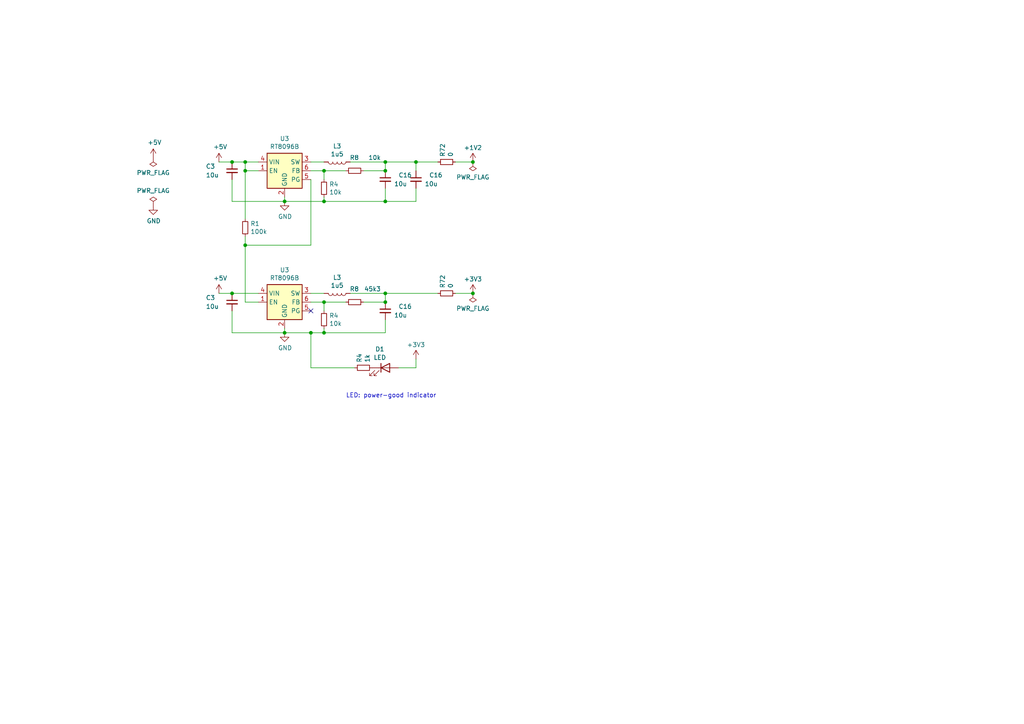
<source format=kicad_sch>
(kicad_sch (version 20230121) (generator eeschema)
  (paper "A4")
  (lib_symbols
    (symbol "Device:C_Small" (pin_numbers hide) (pin_names (offset 0.254) hide)
      (property "Reference" "C" (at 0.254 1.778 0))
      (property "Value" "C_Small" (at 0.254 -2.032 0))
      (symbol "C_Small_0_1"
        (polyline (pts (xy -1.524 -0.508) (xy 1.524 -0.508)) (stroke (width 0.3302)))
        (polyline (pts (xy -1.524 0.508) (xy 1.524 0.508)) (stroke (width 0.3048)))
      )
      (symbol "C_Small_1_1"
        (pin passive line (at 0 2.54 270) (length 2.032) (name "~") (number "1"))
        (pin passive line (at 0 -2.54 90) (length 2.032) (name "~") (number "2"))
      )
    )
    (symbol "Device:L" (pin_numbers hide) (pin_names (offset 1.016) hide)
      (property "Reference" "L" (at -1.27 0 90))
      (property "Value" "L" (at 1.905 0 90))
      (symbol "L_0_1"
        (arc (start 0 -2.54) (mid 0.6323 -1.905) (end 0 -1.27))
        (arc (start 0 -1.27) (mid 0.6323 -0.635) (end 0 0))
        (arc (start 0 0) (mid 0.6323 0.635) (end 0 1.27))
        (arc (start 0 1.27) (mid 0.6323 1.905) (end 0 2.54))
      )
      (symbol "L_1_1"
        (pin passive line (at 0 3.81 270) (length 1.27) (name "1") (number "1"))
        (pin passive line (at 0 -3.81 90) (length 1.27) (name "2") (number "2"))
      )
    )
    (symbol "Device:LED" (pin_numbers hide) (pin_names (offset 1.016) hide)
      (property "Reference" "D" (at 0 2.54 0))
      (property "Value" "LED" (at 0 -2.54 0))
      (symbol "LED_0_1"
        (polyline (pts (xy -1.27 -1.27) (xy -1.27 1.27)) (stroke (width 0.254)))
        (polyline (pts (xy -1.27 0) (xy 1.27 0)))
        (polyline (pts (xy 1.27 -1.27) (xy 1.27 1.27) (xy -1.27 0) (xy 1.27 -1.27)) (stroke (width 0.254)))
        (polyline (pts (xy -3.048 -0.762) (xy -4.572 -2.286) (xy -3.81 -2.286) (xy -4.572 -2.286) (xy -4.572 -1.524)))
        (polyline (pts (xy -1.778 -0.762) (xy -3.302 -2.286) (xy -2.54 -2.286) (xy -3.302 -2.286) (xy -3.302 -1.524)))
      )
      (symbol "LED_1_1"
        (pin passive line (at -3.81 0 0) (length 2.54) (name "K") (number "1"))
        (pin passive line (at 3.81 0 180) (length 2.54) (name "A") (number "2"))
      )
    )
    (symbol "Device:R_Small" (pin_numbers hide) (pin_names (offset 0.254) hide)
      (property "Reference" "R" (at 0.762 0.508 0))
      (property "Value" "R_Small" (at 0.762 -1.016 0))
      (symbol "R_Small_0_1"
        (rectangle (start -0.762 1.778) (end 0.762 -1.778) (stroke (width 0.2032)))
      )
      (symbol "R_Small_1_1"
        (pin passive line (at 0 2.54 270) (length 0.762) (name "~") (number "1"))
        (pin passive line (at 0 -2.54 90) (length 0.762) (name "~") (number "2"))
      )
    )
    (symbol "Regulator_Switching:TLV62569DDC"
      (property "Reference" "U" (at -5.08 6.35 0))
      (property "Value" "TLV62569DDC" (at 0 6.35 0))
      (symbol "TLV62569DDC_0_1"
        (rectangle (start -5.08 5.08) (end 5.08 -5.08) (stroke (width 0.254)) (fill (type background)))
      )
      (symbol "TLV62569DDC_1_1"
        (pin input line (at -7.62 0 0) (length 2.54) (name "EN") (number "1"))
        (pin power_in line (at 0 -7.62 90) (length 2.54) (name "GND") (number "2"))
        (pin power_out line (at 7.62 2.54 180) (length 2.54) (name "SW") (number "3"))
        (pin power_in line (at -7.62 2.54 0) (length 2.54) (name "VIN") (number "4"))
        (pin open_collector line (at 7.62 -2.54 180) (length 2.54) (name "PG") (number "5"))
        (pin input line (at 7.62 0 180) (length 2.54) (name "FB") (number "6"))
      )
    )
    (symbol "power:+1V2" (power) (pin_names (offset 0))
      (property "Value" "+1V2" (at 0 3.556 0))
      (symbol "+1V2_0_1"
        (polyline (pts (xy -0.762 1.27) (xy 0 2.54)))
        (polyline (pts (xy 0 0) (xy 0 2.54)))
        (polyline (pts (xy 0 2.54) (xy 0.762 1.27)))
      )
      (symbol "+1V2_1_1"
        (pin power_in line (at 0 0 90) (length 0) hide (name "+1V2") (number "1"))
      )
    )
    (symbol "power:+3V3" (power) (pin_names (offset 0))
      (property "Value" "+3V3" (at 0 3.556 0))
      (symbol "+3V3_0_1"
        (polyline (pts (xy -0.762 1.27) (xy 0 2.54)))
        (polyline (pts (xy 0 0) (xy 0 2.54)))
        (polyline (pts (xy 0 2.54) (xy 0.762 1.27)))
      )
      (symbol "+3V3_1_1"
        (pin power_in line (at 0 0 90) (length 0) hide (name "+3V3") (number "1"))
      )
    )
    (symbol "power:+5V" (power) (pin_names (offset 0))
      (property "Value" "+5V" (at 0 3.556 0))
      (symbol "+5V_0_1"
        (polyline (pts (xy -0.762 1.27) (xy 0 2.54)))
        (polyline (pts (xy 0 0) (xy 0 2.54)))
        (polyline (pts (xy 0 2.54) (xy 0.762 1.27)))
      )
      (symbol "+5V_1_1"
        (pin power_in line (at 0 0 90) (length 0) hide (name "+5V") (number "1"))
      )
    )
    (symbol "power:GND" (power) (pin_names (offset 0))
      (property "Value" "GND" (at 0 -3.81 0))
      (symbol "GND_0_1"
        (polyline (pts (xy 0 0) (xy 0 -1.27) (xy 1.27 -1.27) (xy 0 -2.54) (xy -1.27 -1.27) (xy 0 -1.27)))
      )
      (symbol "GND_1_1"
        (pin power_in line (at 0 0 270) (length 0) hide (name "GND") (number "1"))
      )
    )
    (symbol "power:PWR_FLAG" (power) (pin_numbers hide) (pin_names (offset 0) hide)
      (property "Value" "PWR_FLAG" (at 0 3.81 0))
      (symbol "PWR_FLAG_0_0"
        (pin power_out line (at 0 0 90) (length 0) (name "pwr") (number "1"))
      )
      (symbol "PWR_FLAG_0_1"
        (polyline (pts (xy 0 0) (xy 0 1.27) (xy -1.016 1.905) (xy 0 2.54) (xy 1.016 1.905) (xy 0 1.27)))
      )
    )
  )
  (junction (at 82.55 96.52))
  (junction (at 71.12 46.99))
  (junction (at 71.12 71.12))
  (junction (at 120.65 46.99))
  (junction (at 93.98 87.63))
  (junction (at 67.31 46.99))
  (junction (at 93.98 96.52))
  (junction (at 71.12 49.53))
  (junction (at 93.98 49.53))
  (junction (at 137.16 85.09))
  (junction (at 111.76 85.09))
  (junction (at 111.76 46.99))
  (junction (at 90.17 96.52))
  (junction (at 93.98 58.42))
  (junction (at 82.55 58.42))
  (junction (at 111.76 58.42))
  (junction (at 111.76 87.63))
  (junction (at 111.76 49.53))
  (junction (at 137.16 46.99))
  (junction (at 67.31 85.09))
  (no_connect (at 90.17 90.17))
  (wire (pts (xy 67.31 90.17) (xy 67.31 96.52)))
  (wire (pts (xy 111.76 85.09) (xy 127 85.09)))
  (wire (pts (xy 101.6 46.99) (xy 111.76 46.99)))
  (wire (pts (xy 90.17 85.09) (xy 93.98 85.09)))
  (wire (pts (xy 90.17 46.99) (xy 93.98 46.99)))
  (wire (pts (xy 120.65 106.68) (xy 115.57 106.68)))
  (wire (pts (xy 132.08 85.09) (xy 137.16 85.09)))
  (wire (pts (xy 67.31 46.99) (xy 71.12 46.99)))
  (wire (pts (xy 82.55 96.52) (xy 90.17 96.52)))
  (wire (pts (xy 67.31 58.42) (xy 82.55 58.42)))
  (wire (pts (xy 71.12 46.99) (xy 71.12 49.53)))
  (wire (pts (xy 82.55 58.42) (xy 93.98 58.42)))
  (wire (pts (xy 71.12 71.12) (xy 71.12 68.58)))
  (wire (pts (xy 67.31 85.09) (xy 74.93 85.09)))
  (wire (pts (xy 71.12 46.99) (xy 74.93 46.99)))
  (wire (pts (xy 67.31 52.07) (xy 67.31 58.42)))
  (wire (pts (xy 105.41 49.53) (xy 111.76 49.53)))
  (wire (pts (xy 132.08 46.99) (xy 137.16 46.99)))
  (wire (pts (xy 93.98 96.52) (xy 111.76 96.52)))
  (wire (pts (xy 93.98 87.63) (xy 100.33 87.63)))
  (wire (pts (xy 93.98 87.63) (xy 93.98 90.17)))
  (wire (pts (xy 111.76 46.99) (xy 111.76 49.53)))
  (wire (pts (xy 111.76 92.71) (xy 111.76 96.52)))
  (wire (pts (xy 111.76 46.99) (xy 120.65 46.99)))
  (wire (pts (xy 71.12 49.53) (xy 74.93 49.53)))
  (wire (pts (xy 82.55 57.15) (xy 82.55 58.42)))
  (wire (pts (xy 71.12 71.12) (xy 71.12 87.63)))
  (wire (pts (xy 93.98 57.15) (xy 93.98 58.42)))
  (wire (pts (xy 111.76 85.09) (xy 111.76 87.63)))
  (wire (pts (xy 93.98 49.53) (xy 100.33 49.53)))
  (wire (pts (xy 93.98 49.53) (xy 93.98 52.07)))
  (wire (pts (xy 90.17 96.52) (xy 90.17 106.68)))
  (wire (pts (xy 71.12 87.63) (xy 74.93 87.63)))
  (wire (pts (xy 120.65 58.42) (xy 111.76 58.42)))
  (wire (pts (xy 93.98 58.42) (xy 111.76 58.42)))
  (wire (pts (xy 105.41 87.63) (xy 111.76 87.63)))
  (wire (pts (xy 111.76 54.61) (xy 111.76 58.42)))
  (wire (pts (xy 90.17 106.68) (xy 102.87 106.68)))
  (wire (pts (xy 67.31 46.99) (xy 63.5 46.99)))
  (wire (pts (xy 90.17 52.07) (xy 90.17 71.12)))
  (wire (pts (xy 71.12 49.53) (xy 71.12 63.5)))
  (wire (pts (xy 67.31 96.52) (xy 82.55 96.52)))
  (wire (pts (xy 90.17 49.53) (xy 93.98 49.53)))
  (wire (pts (xy 82.55 95.25) (xy 82.55 96.52)))
  (wire (pts (xy 120.65 54.61) (xy 120.65 58.42)))
  (wire (pts (xy 67.31 85.09) (xy 63.5 85.09)))
  (wire (pts (xy 101.6 85.09) (xy 111.76 85.09)))
  (wire (pts (xy 90.17 71.12) (xy 71.12 71.12)))
  (wire (pts (xy 120.65 104.14) (xy 120.65 106.68)))
  (wire (pts (xy 90.17 96.52) (xy 93.98 96.52)))
  (wire (pts (xy 93.98 95.25) (xy 93.98 96.52)))
  (wire (pts (xy 120.65 46.99) (xy 120.65 49.53)))
  (wire (pts (xy 90.17 87.63) (xy 93.98 87.63)))
  (wire (pts (xy 120.65 46.99) (xy 127 46.99)))
  (text "LED: power-good indicator" (at 100.33 115.57 0) (effects (font (size 1.27 1.27)) (justify left bottom)))
  (symbol (lib_id "Device:R_Small") (at 129.54 46.99 90) (unit 1)
    (property "Reference" "R72" (at 128.3716 45.4914 0) (effects (justify left)))
    (property "Value" "0" (at 130.683 45.4914 0) (effects (justify left)))
    (property "Footprint" "Resistor_SMD:R_0603_1608Metric" (effects hide))
    (instances (project "usbadc" (path "" (reference "R72") (unit 1))) (project "trion-8-test" (path "" (reference "R62") (unit 1))))
  )
  (symbol (lib_id "power:GND") (at 82.55 96.52 0) (unit 1)
    (property "Reference" "#PWR0155" (effects hide))
    (property "Value" "GND" (at 82.677 100.9142 0))
    (instances (project "usbadc" (path "" (reference "#PWR0155") (unit 1))) (project "trion-8-test" (path "" (reference "#PWR0115") (unit 1))))
  )
  (symbol (lib_id "power:+3V3") (at 137.16 85.09 0) (mirror y) (unit 1)
    (property "Reference" "#PWR0117" (effects hide))
    (property "Value" "+3V3" (at 137.16 80.9569 0))
  )
  (symbol (lib_id "Device:C_Small") (at 67.31 87.63 0) (unit 1)
    (property "Reference" "C3" (at 59.69 86.36 0) (effects (justify left)))
    (property "Value" "10u" (at 59.69 88.9 0) (effects (justify left)))
    (property "Footprint" "Capacitor_SMD:C_1206_3216Metric" (effects hide))
    (instances (project "usbadc" (path "" (reference "C3") (unit 1))) (project "trion-8-test" (path "" (reference "C22") (unit 1))))
  )
  (symbol (lib_id "Device:C_Small") (at 120.65 52.07 0) (unit 1)
    (property "Reference" "C16" (at 124.46 50.8 0) (effects (justify left)))
    (property "Value" "10u" (at 123.19 53.34 0) (effects (justify left)))
    (property "Footprint" "Capacitor_SMD:C_1206_3216Metric" (effects hide))
    (instances (project "usbadc" (path "" (reference "C16") (unit 1))) (project "trion-8-test" (path "" (reference "C63") (unit 1))))
  )
  (symbol (lib_id "Device:R_Small") (at 129.54 85.09 90) (unit 1)
    (property "Reference" "R72" (at 128.3716 83.5914 0) (effects (justify left)))
    (property "Value" "0" (at 130.683 83.5914 0) (effects (justify left)))
    (property "Footprint" "Resistor_SMD:R_0603_1608Metric" (effects hide))
    (instances (project "usbadc" (path "" (reference "R72") (unit 1))) (project "trion-8-test" (path "" (reference "R63") (unit 1))))
  )
  (symbol (lib_id "Device:C_Small") (at 111.76 52.07 0) (unit 1)
    (property "Reference" "C16" (at 115.57 50.8 0) (effects (justify left)))
    (property "Value" "10u" (at 114.3 53.34 0) (effects (justify left)))
    (property "Footprint" "Capacitor_SMD:C_1206_3216Metric" (effects hide))
    (instances (project "usbadc" (path "" (reference "C16") (unit 1))) (project "trion-8-test" (path "" (reference "C61") (unit 1))))
  )
  (symbol (lib_id "Device:R_Small") (at 93.98 92.71 0) (unit 1)
    (property "Reference" "R4" (at 95.4786 91.5416 0) (effects (justify left)))
    (property "Value" "10k" (at 95.4786 93.853 0) (effects (justify left)))
    (property "Footprint" "Resistor_SMD:R_0603_1608Metric" (effects hide))
    (instances (project "usbadc" (path "" (reference "R4") (unit 1))) (project "trion-8-test" (path "" (reference "R59") (unit 1))))
  )
  (symbol (lib_id "Device:R_Small") (at 105.41 106.68 90) (unit 1)
    (property "Reference" "R4" (at 104.2416 105.1814 0) (effects (justify left)))
    (property "Value" "1k" (at 106.553 105.1814 0) (effects (justify left)))
    (property "Footprint" "Resistor_SMD:R_0603_1608Metric" (effects hide))
    (instances (project "usbadc" (path "" (reference "R4") (unit 1))) (project "trion-8-test" (path "" (reference "R64") (unit 1))))
  )
  (symbol (lib_id "Regulator_Switching:TLV62569DDC") (at 82.55 87.63 0) (unit 1)
    (property "Reference" "U3" (at 82.55 78.3082 0))
    (property "Value" "RT8096B" (at 82.55 80.6196 0))
    (property "Footprint" "Package_TO_SOT_SMD:SOT-23-6" (effects hide))
    (property "Part" "RT8096B" (effects hide))
    (property "Manufacturer" "Richtek" (effects hide))
    (instances (project "usbadc" (path "" (reference "U3") (unit 1))) (project "trion-8-test" (path "" (reference "U12") (unit 1))))
  )
  (symbol (lib_id "power:+5V") (at 63.5 85.09 0) (unit 1)
    (property "Reference" "#PWR0156" (effects hide))
    (property "Value" "+5V" (at 63.881 80.6958 0))
    (instances (project "usbadc" (path "" (reference "#PWR0156") (unit 1))) (project "trion-8-test" (path "" (reference "#PWR045") (unit 1))))
  )
  (symbol (lib_id "power:GND") (at 82.55 58.42 0) (unit 1)
    (property "Reference" "#PWR0155" (effects hide))
    (property "Value" "GND" (at 82.677 62.8142 0))
    (instances (project "usbadc" (path "" (reference "#PWR0155") (unit 1))) (project "trion-8-test" (path "" (reference "#PWR046") (unit 1))))
  )
  (symbol (lib_id "power:GND") (at 44.45 59.69 0) (unit 1)
    (property "Reference" "#PWR0155" (effects hide))
    (property "Value" "GND" (at 44.577 64.0842 0))
    (instances (project "usbadc" (path "" (reference "#PWR0155") (unit 1))) (project "trion-8-test" (path "" (reference "#PWR043") (unit 1))))
  )
  (symbol (lib_id "power:PWR_FLAG") (at 44.45 59.69 0) (mirror y) (unit 1)
    (property "Reference" "#FLG0105" (effects hide))
    (property "Value" "PWR_FLAG" (at 44.45 55.2958 0))
    (instances (project "usbadc" (path "" (reference "#FLG0105") (unit 1))) (project "trion-8-test" (path "" (reference "#FLG07") (unit 1))))
  )
  (symbol (lib_id "power:PWR_FLAG") (at 137.16 46.99 0) (mirror x) (unit 1)
    (property "Reference" "#FLG0105" (effects hide))
    (property "Value" "PWR_FLAG" (at 137.16 51.3842 0))
    (instances (project "usbadc" (path "" (reference "#FLG0105") (unit 1))) (project "trion-8-test" (path "" (reference "#FLG09") (unit 1))))
  )
  (symbol (lib_id "Device:L") (at 97.79 46.99 270) (unit 1)
    (property "Reference" "L3" (at 97.79 42.3926 90))
    (property "Value" "1u5" (at 97.79 44.704 90))
    (property "Footprint" "Inductor_SMD:L_1008_2520Metric" (effects hide))
    (instances (project "usbadc" (path "" (reference "L3") (unit 1))) (project "trion-8-test" (path "" (reference "L6") (unit 1))))
  )
  (symbol (lib_id "power:+3V3") (at 120.65 104.14 0) (mirror y) (unit 1)
    (property "Reference" "#PWR0118" (effects hide))
    (property "Value" "+3V3" (at 120.65 100.0069 0))
  )
  (symbol (lib_id "Regulator_Switching:TLV62569DDC") (at 82.55 49.53 0) (unit 1)
    (property "Reference" "U3" (at 82.55 40.2082 0))
    (property "Value" "RT8096B" (at 82.55 42.5196 0))
    (property "Footprint" "Package_TO_SOT_SMD:SOT-23-6" (effects hide))
    (property "Part" "RT8096B" (effects hide))
    (property "Manufacturer" "Richtek" (effects hide))
    (instances (project "usbadc" (path "" (reference "U3") (unit 1))) (project "trion-8-test" (path "" (reference "U6") (unit 1))))
  )
  (symbol (lib_id "power:PWR_FLAG") (at 137.16 85.09 0) (mirror x) (unit 1)
    (property "Reference" "#FLG0105" (effects hide))
    (property "Value" "PWR_FLAG" (at 137.16 89.4842 0))
    (instances (project "usbadc" (path "" (reference "#FLG0105") (unit 1))) (project "trion-8-test" (path "" (reference "#FLG010") (unit 1))))
  )
  (symbol (lib_id "Device:R_Small") (at 102.87 87.63 90) (unit 1)
    (property "Reference" "R8" (at 104.14 83.82 90) (effects (justify left)))
    (property "Value" "45k3" (at 110.49 83.82 90) (effects (justify left)))
    (property "Footprint" "Resistor_SMD:R_0603_1608Metric" (effects hide))
    (instances (project "usbadc" (path "" (reference "R8") (unit 1))) (project "trion-8-test" (path "" (reference "R61") (unit 1))))
  )
  (symbol (lib_id "power:+1V2") (at 137.16 46.99 0) (unit 1)
    (property "Reference" "#PWR0116" (effects hide))
    (property "Value" "+1V2" (at 137.16 42.8569 0))
  )
  (symbol (lib_id "Device:R_Small") (at 102.87 49.53 90) (unit 1)
    (property "Reference" "R8" (at 104.14 45.72 90) (effects (justify left)))
    (property "Value" "10k" (at 110.49 45.72 90) (effects (justify left)))
    (property "Footprint" "Resistor_SMD:R_0603_1608Metric" (effects hide))
    (instances (project "usbadc" (path "" (reference "R8") (unit 1))) (project "trion-8-test" (path "" (reference "R60") (unit 1))))
  )
  (symbol (lib_id "Device:R_Small") (at 71.12 66.04 0) (unit 1)
    (property "Reference" "R1" (at 72.6186 64.8716 0) (effects (justify left)))
    (property "Value" "100k" (at 72.6186 67.183 0) (effects (justify left)))
    (property "Footprint" "Resistor_SMD:R_0603_1608Metric" (effects hide))
    (instances (project "usbadc" (path "" (reference "R1") (unit 1))) (project "trion-8-test" (path "" (reference "R56") (unit 1))))
  )
  (symbol (lib_id "Device:C_Small") (at 111.76 90.17 0) (unit 1)
    (property "Reference" "C16" (at 115.57 88.9 0) (effects (justify left)))
    (property "Value" "10u" (at 114.3 91.44 0) (effects (justify left)))
    (property "Footprint" "Capacitor_SMD:C_1206_3216Metric" (effects hide))
    (instances (project "usbadc" (path "" (reference "C16") (unit 1))) (project "trion-8-test" (path "" (reference "C62") (unit 1))))
  )
  (symbol (lib_id "Device:LED") (at 111.76 106.68 0) (unit 1)
    (property "Reference" "D1" (at 110.1725 101.2657 0))
    (property "Value" "LED" (at 110.1725 103.6899 0))
    (property "Footprint" "LED_SMD:LED_0603_1608Metric" (effects hide))
  )
  (symbol (lib_id "Device:R_Small") (at 93.98 54.61 0) (unit 1)
    (property "Reference" "R4" (at 95.4786 53.4416 0) (effects (justify left)))
    (property "Value" "10k" (at 95.4786 55.753 0) (effects (justify left)))
    (property "Footprint" "Resistor_SMD:R_0603_1608Metric" (effects hide))
    (instances (project "usbadc" (path "" (reference "R4") (unit 1))) (project "trion-8-test" (path "" (reference "R58") (unit 1))))
  )
  (symbol (lib_id "Device:C_Small") (at 67.31 49.53 0) (unit 1)
    (property "Reference" "C3" (at 59.69 48.26 0) (effects (justify left)))
    (property "Value" "10u" (at 59.69 50.8 0) (effects (justify left)))
    (property "Footprint" "Capacitor_SMD:C_1206_3216Metric" (effects hide))
    (instances (project "usbadc" (path "" (reference "C3") (unit 1))) (project "trion-8-test" (path "" (reference "C21") (unit 1))))
  )
  (symbol (lib_id "Device:L") (at 97.79 85.09 270) (unit 1)
    (property "Reference" "L3" (at 97.79 80.4926 90))
    (property "Value" "1u5" (at 97.79 82.804 90))
    (property "Footprint" "Inductor_SMD:L_1008_2520Metric" (effects hide))
    (instances (project "usbadc" (path "" (reference "L3") (unit 1))) (project "trion-8-test" (path "" (reference "L7") (unit 1))))
  )
  (symbol (lib_id "power:PWR_FLAG") (at 44.45 45.72 0) (mirror x) (unit 1)
    (property "Reference" "#FLG0105" (effects hide))
    (property "Value" "PWR_FLAG" (at 44.45 50.1142 0))
    (instances (project "usbadc" (path "" (reference "#FLG0105") (unit 1))) (project "trion-8-test" (path "" (reference "#FLG06") (unit 1))))
  )
  (symbol (lib_id "power:+5V") (at 63.5 46.99 0) (unit 1)
    (property "Reference" "#PWR0156" (effects hide))
    (property "Value" "+5V" (at 63.881 42.5958 0))
    (instances (project "usbadc" (path "" (reference "#PWR0156") (unit 1))) (project "trion-8-test" (path "" (reference "#PWR044") (unit 1))))
  )
  (symbol (lib_id "power:+5V") (at 44.45 45.72 0) (unit 1)
    (property "Reference" "#PWR0156" (effects hide))
    (property "Value" "+5V" (at 44.831 41.3258 0))
    (instances (project "usbadc" (path "" (reference "#PWR0156") (unit 1))) (project "trion-8-test" (path "" (reference "#PWR042") (unit 1))))
  )
)
</source>
